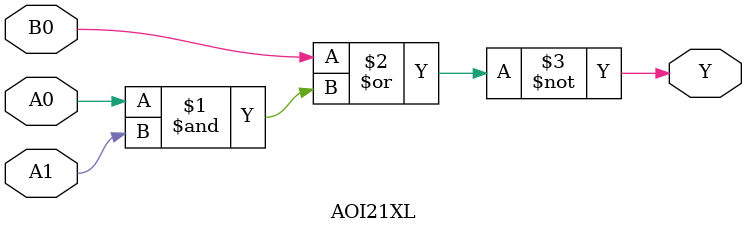
<source format=v>

module SDFFRX1 (
    input  D,
    input  SE,
    input  SI,
    input  CK,
    input RN,
    output Q,
    output QN
);
  reg state;
  always @(posedge CK or negedge RN) begin
    if (!RN) state <= 1'b0;
    else if (SE) state <= SI;
    else state <= D;
  end
  assign Q  = state;
  assign QN = ~state;
endmodule

module DFFRX1 (
    input D,
    input CK,
    input RN,
    output reg Q,
    output QN
);
  always @(posedge CK or negedge RN) begin
    if (!RN) Q <= 1'b0;
    else Q <= D;
  end
  assign QN = ~Q;
endmodule

module NAND2XL (
    input  A,
    input  B,
    output Y
);
  assign Y = ~(A & B);
endmodule

module AND2XL (
    input  A,
    input  B,
    output Y
);
  assign Y = A & B;
endmodule

module OAI2BB2XL (
    input  A0N,
    input  A1N,
    input  B0,
    input  B1,
    output Y
);
  // Y = ~((~A0N & ~A1N) | (B0 & B1))
  assign Y = ~((~A0N & ~A1N) | (B0 & B1));
endmodule

module AOI2BB1XL (
    input  A0N,
    input  A1N,
    input  B0,
    output Y
);
  // Y = ~(((~A0N) & (~A1N)) & B0)
  assign Y = ~(((~A0N) & (~A1N)) & B0);
endmodule

module CLKINVX1 (
    input  A,
    output Y
);
  assign Y = ~A;
endmodule


module AOI21XL (
    input A0,
    input A1,
    input B0,
    output Y
);
    assign Y = ~(B0 | (A0 & A1));
endmodule
</source>
